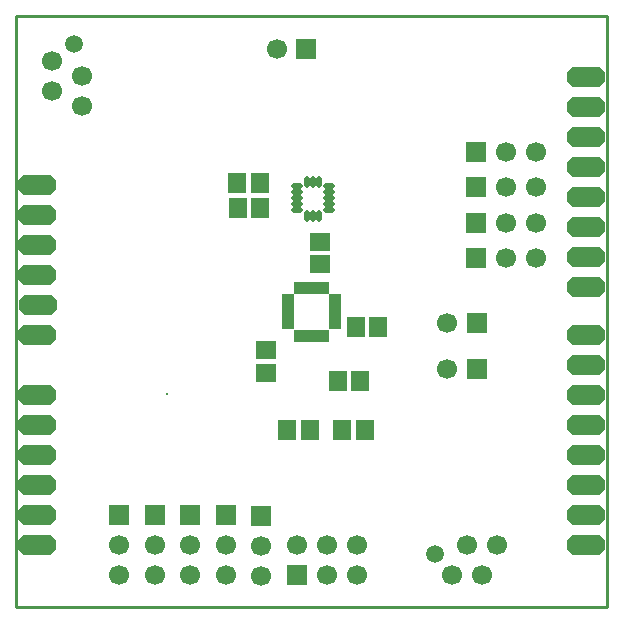
<source format=gts>
%FSAX42Y42*%
%MOMM*%
G71*
G01*
G75*
G04 Layer_Color=8388736*
%ADD10R,1.30X1.60*%
%ADD11R,1.60X1.30*%
%ADD12R,0.80X0.33*%
%ADD13R,0.33X0.80*%
%ADD14O,0.35X0.80*%
%ADD15O,0.80X0.35*%
%ADD16R,1.30X1.50*%
%ADD17C,0.30*%
%ADD18C,0.24*%
%ADD19C,0.25*%
%ADD20R,1.50X1.50*%
%ADD21C,1.50*%
%ADD22R,1.50X1.50*%
%ADD23C,1.30*%
G04:AMPARAMS|DCode=24|XSize=3mm|YSize=1.5mm|CornerRadius=0mm|HoleSize=0mm|Usage=FLASHONLY|Rotation=0.000|XOffset=0mm|YOffset=0mm|HoleType=Round|Shape=Octagon|*
%AMOCTAGOND24*
4,1,8,1.50,-0.38,1.50,0.38,1.13,0.75,-1.13,0.75,-1.50,0.38,-1.50,-0.38,-1.13,-0.75,1.13,-0.75,1.50,-0.38,0.0*
%
%ADD24OCTAGOND24*%

%ADD25C,1.27*%
%ADD26C,0.80*%
%ADD27R,1.10X0.60*%
%ADD28O,0.48X1.65*%
%ADD29C,0.25*%
%ADD30C,0.20*%
%ADD31R,1.50X1.80*%
%ADD32R,1.80X1.50*%
%ADD33R,1.10X0.63*%
%ADD34R,0.63X1.10*%
%ADD35O,0.55X1.00*%
%ADD36O,1.00X0.55*%
%ADD37R,1.50X1.70*%
%ADD38R,1.70X1.70*%
%ADD39C,1.70*%
%ADD40R,1.70X1.70*%
%ADD41C,1.50*%
G04:AMPARAMS|DCode=42|XSize=3.2mm|YSize=1.7mm|CornerRadius=0mm|HoleSize=0mm|Usage=FLASHONLY|Rotation=0.000|XOffset=0mm|YOffset=0mm|HoleType=Round|Shape=Octagon|*
%AMOCTAGOND42*
4,1,8,1.60,-0.43,1.60,0.43,1.18,0.85,-1.18,0.85,-1.60,0.43,-1.60,-0.43,-1.18,-0.85,1.18,-0.85,1.60,-0.43,0.0*
%
%ADD42OCTAGOND42*%

%ADD43C,0.27*%
D19*
X002500Y002500D02*
X007500D01*
Y007500D01*
X002500D02*
X007500D01*
X002500Y002500D02*
Y007500D01*
D31*
X005450Y004000D02*
D03*
X005260D02*
D03*
X004795Y003997D02*
D03*
X004985D02*
D03*
X005372Y004870D02*
D03*
X005562D02*
D03*
X005410Y004408D02*
D03*
X005220D02*
D03*
D32*
X005075Y005590D02*
D03*
Y005400D02*
D03*
X004612Y004670D02*
D03*
Y004480D02*
D03*
D33*
X005200Y005075D02*
D03*
Y005125D02*
D03*
Y004975D02*
D03*
Y005025D02*
D03*
Y004925D02*
D03*
Y004875D02*
D03*
X004800Y005075D02*
D03*
Y005125D02*
D03*
Y005025D02*
D03*
Y004925D02*
D03*
Y004975D02*
D03*
Y004874D02*
D03*
D34*
X005075Y005200D02*
D03*
X005025D02*
D03*
X005125D02*
D03*
Y004795D02*
D03*
X005025D02*
D03*
X004975D02*
D03*
X005075D02*
D03*
X004925Y005200D02*
D03*
X004875D02*
D03*
X004975D02*
D03*
X004875Y004795D02*
D03*
X004925D02*
D03*
D35*
X004962Y006095D02*
D03*
X005012D02*
D03*
X005062D02*
D03*
Y005805D02*
D03*
X005012D02*
D03*
X004962D02*
D03*
D36*
X005145Y006062D02*
D03*
Y006012D02*
D03*
Y005962D02*
D03*
Y005912D02*
D03*
Y005862D02*
D03*
X004875D02*
D03*
Y005912D02*
D03*
X004880Y005962D02*
D03*
Y006012D02*
D03*
Y006062D02*
D03*
D37*
X004562Y006088D02*
D03*
X004372D02*
D03*
X004565Y005878D02*
D03*
X004375D02*
D03*
D38*
X004956Y007220D02*
D03*
X006392Y006050D02*
D03*
Y005750D02*
D03*
Y005450D02*
D03*
X004873Y002765D02*
D03*
X006403Y004512D02*
D03*
X006400Y004900D02*
D03*
D39*
X004703Y007220D02*
D03*
X004573Y002762D02*
D03*
Y003017D02*
D03*
X006900Y006350D02*
D03*
X006646D02*
D03*
X003059Y006739D02*
D03*
X002805Y006866D02*
D03*
X003059Y006993D02*
D03*
X002805Y007120D02*
D03*
X003673Y002770D02*
D03*
Y003024D02*
D03*
X004273Y002765D02*
D03*
Y003019D02*
D03*
X006900Y006050D02*
D03*
X006646D02*
D03*
X003973Y002765D02*
D03*
Y003019D02*
D03*
X006900Y005750D02*
D03*
X006646D02*
D03*
X006900Y005450D02*
D03*
X006646D02*
D03*
X003373Y002770D02*
D03*
Y003024D02*
D03*
X004873Y003019D02*
D03*
X005127Y002765D02*
D03*
Y003019D02*
D03*
X005381Y002765D02*
D03*
Y003019D02*
D03*
X006188Y002765D02*
D03*
X006442D02*
D03*
X006315Y003019D02*
D03*
X006568D02*
D03*
X006149Y004512D02*
D03*
X006146Y004900D02*
D03*
D40*
X004573Y003271D02*
D03*
X006392Y006350D02*
D03*
X003673Y003278D02*
D03*
X004273Y003273D02*
D03*
X003973D02*
D03*
X003373Y003278D02*
D03*
D41*
X002985Y007260D02*
D03*
X006047Y002945D02*
D03*
D42*
X002677Y003273D02*
D03*
Y003019D02*
D03*
Y003527D02*
D03*
Y003781D02*
D03*
Y004289D02*
D03*
Y004035D02*
D03*
X002680Y005051D02*
D03*
X002677Y004797D02*
D03*
Y005559D02*
D03*
Y005305D02*
D03*
Y006067D02*
D03*
Y005813D02*
D03*
X007323Y006473D02*
D03*
Y004035D02*
D03*
Y003781D02*
D03*
Y004543D02*
D03*
Y004289D02*
D03*
Y003273D02*
D03*
Y003019D02*
D03*
Y003527D02*
D03*
Y006219D02*
D03*
Y005965D02*
D03*
Y006981D02*
D03*
Y006727D02*
D03*
Y005203D02*
D03*
Y004797D02*
D03*
Y005711D02*
D03*
Y005457D02*
D03*
D43*
X003772Y004300D02*
D03*
M02*

</source>
